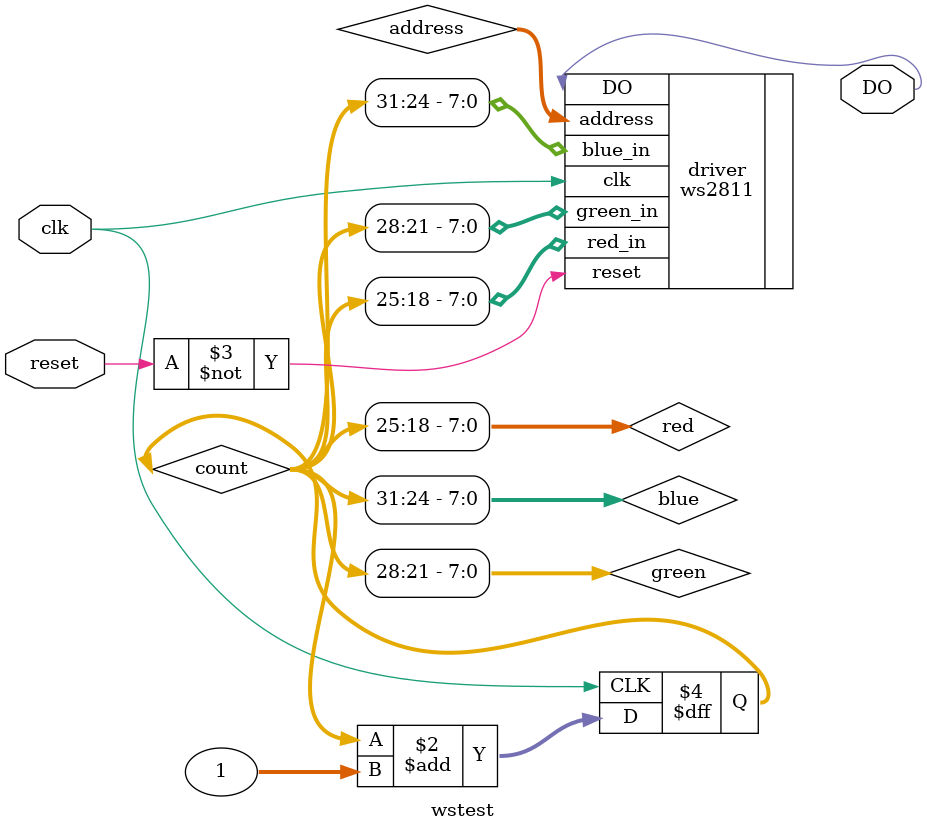
<source format=v>

`timescale 10ns/1ns

module wstest(clk,reset,DO);
   input clk;
   input reset;
   output DO;

   wire [2:0] address;
   wire [7:0]  red;
   wire [7:0]  green;
   wire [7:0]  blue;
   
   reg [31:0] count;

   always @(posedge clk) count <= count + 1;

   assign red = count[25:18];
   assign green = count[28:21]; 
   assign blue = count[31:24];
   
   ws2811
     #(
       .NUM_LEDS(8),
       .SYSTEM_CLOCK(25000000)
       ) driver
       (
        .clk(clk),
        .reset(~reset),
        
        .address(address),
        .red_in(red),
        .green_in(green),
        .blue_in(blue),
        
        .DO(DO)
      );
   
endmodule

</source>
